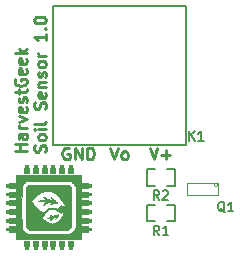
<source format=gbr>
G04 #@! TF.FileFunction,Legend,Top*
%FSLAX46Y46*%
G04 Gerber Fmt 4.6, Leading zero omitted, Abs format (unit mm)*
G04 Created by KiCad (PCBNEW (2015-01-16 BZR 5376)-product) date 16/06/2015 17:16:53*
%MOMM*%
G01*
G04 APERTURE LIST*
%ADD10C,0.100000*%
%ADD11C,0.250000*%
%ADD12C,0.150000*%
%ADD13C,0.127000*%
%ADD14C,0.078740*%
%ADD15C,0.200000*%
%ADD16C,2.200000*%
%ADD17R,0.635000X1.143000*%
%ADD18R,0.800100X1.000760*%
%ADD19C,2.000000*%
%ADD20C,1.000000*%
%ADD21R,7.000000X37.000000*%
G04 APERTURE END LIST*
D10*
D11*
X-16872619Y-10761905D02*
X-17872619Y-10761905D01*
X-17396429Y-10761905D02*
X-17396429Y-10190476D01*
X-16872619Y-10190476D02*
X-17872619Y-10190476D01*
X-16872619Y-9285714D02*
X-17396429Y-9285714D01*
X-17491667Y-9333333D01*
X-17539286Y-9428571D01*
X-17539286Y-9619048D01*
X-17491667Y-9714286D01*
X-16920238Y-9285714D02*
X-16872619Y-9380952D01*
X-16872619Y-9619048D01*
X-16920238Y-9714286D01*
X-17015476Y-9761905D01*
X-17110714Y-9761905D01*
X-17205952Y-9714286D01*
X-17253571Y-9619048D01*
X-17253571Y-9380952D01*
X-17301190Y-9285714D01*
X-16872619Y-8809524D02*
X-17539286Y-8809524D01*
X-17348810Y-8809524D02*
X-17444048Y-8761905D01*
X-17491667Y-8714286D01*
X-17539286Y-8619048D01*
X-17539286Y-8523809D01*
X-17539286Y-8285714D02*
X-16872619Y-8047619D01*
X-17539286Y-7809523D01*
X-16920238Y-7047618D02*
X-16872619Y-7142856D01*
X-16872619Y-7333333D01*
X-16920238Y-7428571D01*
X-17015476Y-7476190D01*
X-17396429Y-7476190D01*
X-17491667Y-7428571D01*
X-17539286Y-7333333D01*
X-17539286Y-7142856D01*
X-17491667Y-7047618D01*
X-17396429Y-6999999D01*
X-17301190Y-6999999D01*
X-17205952Y-7476190D01*
X-16920238Y-6619047D02*
X-16872619Y-6523809D01*
X-16872619Y-6333333D01*
X-16920238Y-6238094D01*
X-17015476Y-6190475D01*
X-17063095Y-6190475D01*
X-17158333Y-6238094D01*
X-17205952Y-6333333D01*
X-17205952Y-6476190D01*
X-17253571Y-6571428D01*
X-17348810Y-6619047D01*
X-17396429Y-6619047D01*
X-17491667Y-6571428D01*
X-17539286Y-6476190D01*
X-17539286Y-6333333D01*
X-17491667Y-6238094D01*
X-17539286Y-5904761D02*
X-17539286Y-5523809D01*
X-17872619Y-5761904D02*
X-17015476Y-5761904D01*
X-16920238Y-5714285D01*
X-16872619Y-5619047D01*
X-16872619Y-5523809D01*
X-17825000Y-4666665D02*
X-17872619Y-4761903D01*
X-17872619Y-4904760D01*
X-17825000Y-5047618D01*
X-17729762Y-5142856D01*
X-17634524Y-5190475D01*
X-17444048Y-5238094D01*
X-17301190Y-5238094D01*
X-17110714Y-5190475D01*
X-17015476Y-5142856D01*
X-16920238Y-5047618D01*
X-16872619Y-4904760D01*
X-16872619Y-4809522D01*
X-16920238Y-4666665D01*
X-16967857Y-4619046D01*
X-17301190Y-4619046D01*
X-17301190Y-4809522D01*
X-16920238Y-3809522D02*
X-16872619Y-3904760D01*
X-16872619Y-4095237D01*
X-16920238Y-4190475D01*
X-17015476Y-4238094D01*
X-17396429Y-4238094D01*
X-17491667Y-4190475D01*
X-17539286Y-4095237D01*
X-17539286Y-3904760D01*
X-17491667Y-3809522D01*
X-17396429Y-3761903D01*
X-17301190Y-3761903D01*
X-17205952Y-4238094D01*
X-16920238Y-2952379D02*
X-16872619Y-3047617D01*
X-16872619Y-3238094D01*
X-16920238Y-3333332D01*
X-17015476Y-3380951D01*
X-17396429Y-3380951D01*
X-17491667Y-3333332D01*
X-17539286Y-3238094D01*
X-17539286Y-3047617D01*
X-17491667Y-2952379D01*
X-17396429Y-2904760D01*
X-17301190Y-2904760D01*
X-17205952Y-3380951D01*
X-16872619Y-2476189D02*
X-17872619Y-2476189D01*
X-17253571Y-2380951D02*
X-16872619Y-2095236D01*
X-17539286Y-2095236D02*
X-17158333Y-2476189D01*
X-15270238Y-10809524D02*
X-15222619Y-10666667D01*
X-15222619Y-10428571D01*
X-15270238Y-10333333D01*
X-15317857Y-10285714D01*
X-15413095Y-10238095D01*
X-15508333Y-10238095D01*
X-15603571Y-10285714D01*
X-15651190Y-10333333D01*
X-15698810Y-10428571D01*
X-15746429Y-10619048D01*
X-15794048Y-10714286D01*
X-15841667Y-10761905D01*
X-15936905Y-10809524D01*
X-16032143Y-10809524D01*
X-16127381Y-10761905D01*
X-16175000Y-10714286D01*
X-16222619Y-10619048D01*
X-16222619Y-10380952D01*
X-16175000Y-10238095D01*
X-15222619Y-9666667D02*
X-15270238Y-9761905D01*
X-15317857Y-9809524D01*
X-15413095Y-9857143D01*
X-15698810Y-9857143D01*
X-15794048Y-9809524D01*
X-15841667Y-9761905D01*
X-15889286Y-9666667D01*
X-15889286Y-9523809D01*
X-15841667Y-9428571D01*
X-15794048Y-9380952D01*
X-15698810Y-9333333D01*
X-15413095Y-9333333D01*
X-15317857Y-9380952D01*
X-15270238Y-9428571D01*
X-15222619Y-9523809D01*
X-15222619Y-9666667D01*
X-15222619Y-8904762D02*
X-15889286Y-8904762D01*
X-16222619Y-8904762D02*
X-16175000Y-8952381D01*
X-16127381Y-8904762D01*
X-16175000Y-8857143D01*
X-16222619Y-8904762D01*
X-16127381Y-8904762D01*
X-15222619Y-8285715D02*
X-15270238Y-8380953D01*
X-15365476Y-8428572D01*
X-16222619Y-8428572D01*
X-15270238Y-7190476D02*
X-15222619Y-7047619D01*
X-15222619Y-6809523D01*
X-15270238Y-6714285D01*
X-15317857Y-6666666D01*
X-15413095Y-6619047D01*
X-15508333Y-6619047D01*
X-15603571Y-6666666D01*
X-15651190Y-6714285D01*
X-15698810Y-6809523D01*
X-15746429Y-7000000D01*
X-15794048Y-7095238D01*
X-15841667Y-7142857D01*
X-15936905Y-7190476D01*
X-16032143Y-7190476D01*
X-16127381Y-7142857D01*
X-16175000Y-7095238D01*
X-16222619Y-7000000D01*
X-16222619Y-6761904D01*
X-16175000Y-6619047D01*
X-15270238Y-5809523D02*
X-15222619Y-5904761D01*
X-15222619Y-6095238D01*
X-15270238Y-6190476D01*
X-15365476Y-6238095D01*
X-15746429Y-6238095D01*
X-15841667Y-6190476D01*
X-15889286Y-6095238D01*
X-15889286Y-5904761D01*
X-15841667Y-5809523D01*
X-15746429Y-5761904D01*
X-15651190Y-5761904D01*
X-15555952Y-6238095D01*
X-15889286Y-5333333D02*
X-15222619Y-5333333D01*
X-15794048Y-5333333D02*
X-15841667Y-5285714D01*
X-15889286Y-5190476D01*
X-15889286Y-5047618D01*
X-15841667Y-4952380D01*
X-15746429Y-4904761D01*
X-15222619Y-4904761D01*
X-15270238Y-4476190D02*
X-15222619Y-4380952D01*
X-15222619Y-4190476D01*
X-15270238Y-4095237D01*
X-15365476Y-4047618D01*
X-15413095Y-4047618D01*
X-15508333Y-4095237D01*
X-15555952Y-4190476D01*
X-15555952Y-4333333D01*
X-15603571Y-4428571D01*
X-15698810Y-4476190D01*
X-15746429Y-4476190D01*
X-15841667Y-4428571D01*
X-15889286Y-4333333D01*
X-15889286Y-4190476D01*
X-15841667Y-4095237D01*
X-15222619Y-3476190D02*
X-15270238Y-3571428D01*
X-15317857Y-3619047D01*
X-15413095Y-3666666D01*
X-15698810Y-3666666D01*
X-15794048Y-3619047D01*
X-15841667Y-3571428D01*
X-15889286Y-3476190D01*
X-15889286Y-3333332D01*
X-15841667Y-3238094D01*
X-15794048Y-3190475D01*
X-15698810Y-3142856D01*
X-15413095Y-3142856D01*
X-15317857Y-3190475D01*
X-15270238Y-3238094D01*
X-15222619Y-3333332D01*
X-15222619Y-3476190D01*
X-15222619Y-2714285D02*
X-15889286Y-2714285D01*
X-15698810Y-2714285D02*
X-15794048Y-2666666D01*
X-15841667Y-2619047D01*
X-15889286Y-2523809D01*
X-15889286Y-2428570D01*
X-15222619Y-809522D02*
X-15222619Y-1380951D01*
X-15222619Y-1095237D02*
X-16222619Y-1095237D01*
X-16079762Y-1190475D01*
X-15984524Y-1285713D01*
X-15936905Y-1380951D01*
X-15317857Y-380951D02*
X-15270238Y-333332D01*
X-15222619Y-380951D01*
X-15270238Y-428570D01*
X-15317857Y-380951D01*
X-15222619Y-380951D01*
X-16222619Y285715D02*
X-16222619Y380954D01*
X-16175000Y476192D01*
X-16127381Y523811D01*
X-16032143Y571430D01*
X-15841667Y619049D01*
X-15603571Y619049D01*
X-15413095Y571430D01*
X-15317857Y523811D01*
X-15270238Y476192D01*
X-15222619Y380954D01*
X-15222619Y285715D01*
X-15270238Y190477D01*
X-15317857Y142858D01*
X-15413095Y95239D01*
X-15603571Y47620D01*
X-15841667Y47620D01*
X-16032143Y95239D01*
X-16127381Y142858D01*
X-16175000Y190477D01*
X-16222619Y285715D01*
X-9785714Y-10452381D02*
X-9452381Y-11452381D01*
X-9119047Y-10452381D01*
X-8642857Y-11452381D02*
X-8738095Y-11404762D01*
X-8785714Y-11357143D01*
X-8833333Y-11261905D01*
X-8833333Y-10976190D01*
X-8785714Y-10880952D01*
X-8738095Y-10833333D01*
X-8642857Y-10785714D01*
X-8499999Y-10785714D01*
X-8404761Y-10833333D01*
X-8357142Y-10880952D01*
X-8309523Y-10976190D01*
X-8309523Y-11261905D01*
X-8357142Y-11357143D01*
X-8404761Y-11404762D01*
X-8499999Y-11452381D01*
X-8642857Y-11452381D01*
X-6452381Y-10452381D02*
X-6119048Y-11452381D01*
X-5785714Y-10452381D01*
X-5452381Y-11071429D02*
X-4690476Y-11071429D01*
X-5071428Y-11452381D02*
X-5071428Y-10690476D01*
X-13261904Y-10500000D02*
X-13357142Y-10452381D01*
X-13499999Y-10452381D01*
X-13642857Y-10500000D01*
X-13738095Y-10595238D01*
X-13785714Y-10690476D01*
X-13833333Y-10880952D01*
X-13833333Y-11023810D01*
X-13785714Y-11214286D01*
X-13738095Y-11309524D01*
X-13642857Y-11404762D01*
X-13499999Y-11452381D01*
X-13404761Y-11452381D01*
X-13261904Y-11404762D01*
X-13214285Y-11357143D01*
X-13214285Y-11023810D01*
X-13404761Y-11023810D01*
X-12785714Y-11452381D02*
X-12785714Y-10452381D01*
X-12214285Y-11452381D01*
X-12214285Y-10452381D01*
X-11738095Y-11452381D02*
X-11738095Y-10452381D01*
X-11500000Y-10452381D01*
X-11357142Y-10500000D01*
X-11261904Y-10595238D01*
X-11214285Y-10690476D01*
X-11166666Y-10880952D01*
X-11166666Y-11023810D01*
X-11214285Y-11214286D01*
X-11261904Y-11309524D01*
X-11357142Y-11404762D01*
X-11500000Y-11452381D01*
X-11738095Y-11452381D01*
D12*
X-3400000Y1500000D02*
X-14600000Y1500000D01*
X-14600000Y1500000D02*
X-14600000Y-10200000D01*
X-14600000Y-10200000D02*
X-3400000Y-10200000D01*
X-3400000Y-10200000D02*
X-3400000Y1500000D01*
D13*
X-6000380Y-15301500D02*
X-6706500Y-15301500D01*
X-6706500Y-15301500D02*
X-6706500Y-16698500D01*
X-6706500Y-16698500D02*
X-6000380Y-16698500D01*
X-4293500Y-15301500D02*
X-4999620Y-15301500D01*
X-4293500Y-15301500D02*
X-4293500Y-16698500D01*
X-4293500Y-16698500D02*
X-4999620Y-16698500D01*
X-6000380Y-12301500D02*
X-6706500Y-12301500D01*
X-6706500Y-12301500D02*
X-6706500Y-13698500D01*
X-6706500Y-13698500D02*
X-6000380Y-13698500D01*
X-4293500Y-12301500D02*
X-4999620Y-12301500D01*
X-4293500Y-12301500D02*
X-4293500Y-13698500D01*
X-4293500Y-13698500D02*
X-4999620Y-13698500D01*
D14*
X-664910Y-13649480D02*
G75*
G03X-664910Y-13649480I-159070J0D01*
G01*
X-3270000Y-14508000D02*
X-3270000Y-13492000D01*
X-666500Y-14508000D02*
X-666500Y-13492000D01*
X-3270000Y-13492000D02*
X-666500Y-13492000D01*
X-666500Y-14508000D02*
X-3270000Y-14508000D01*
D10*
G36*
X-11698000Y-17136889D02*
X-11698000Y-17186278D01*
X-11698000Y-17235667D01*
X-11571000Y-17235667D01*
X-11444000Y-17235667D01*
X-11444000Y-17355611D01*
X-11444000Y-17475555D01*
X-11571000Y-17475555D01*
X-11698000Y-17475555D01*
X-11698000Y-17524944D01*
X-11698000Y-17574333D01*
X-11916723Y-17574333D01*
X-12135445Y-17574333D01*
X-12135445Y-17355611D01*
X-12135445Y-17136889D01*
X-11916723Y-17136889D01*
X-11698000Y-17136889D01*
X-11698000Y-17136889D01*
X-11698000Y-17136889D01*
G37*
X-11698000Y-17136889D02*
X-11698000Y-17186278D01*
X-11698000Y-17235667D01*
X-11571000Y-17235667D01*
X-11444000Y-17235667D01*
X-11444000Y-17355611D01*
X-11444000Y-17475555D01*
X-11571000Y-17475555D01*
X-11698000Y-17475555D01*
X-11698000Y-17524944D01*
X-11698000Y-17574333D01*
X-11916723Y-17574333D01*
X-12135445Y-17574333D01*
X-12135445Y-17355611D01*
X-12135445Y-17136889D01*
X-11916723Y-17136889D01*
X-11698000Y-17136889D01*
X-11698000Y-17136889D01*
G36*
X-11698000Y-16403111D02*
X-11698000Y-16452500D01*
X-11698000Y-16501889D01*
X-11571000Y-16501889D01*
X-11444000Y-16501889D01*
X-11444000Y-16621833D01*
X-11444000Y-16741778D01*
X-11571000Y-16741778D01*
X-11698000Y-16741778D01*
X-11698000Y-16784111D01*
X-11698000Y-16826444D01*
X-11916723Y-16826444D01*
X-12135445Y-16826444D01*
X-12135445Y-16614778D01*
X-12135445Y-16403111D01*
X-11916723Y-16403111D01*
X-11698000Y-16403111D01*
X-11698000Y-16403111D01*
X-11698000Y-16403111D01*
G37*
X-11698000Y-16403111D02*
X-11698000Y-16452500D01*
X-11698000Y-16501889D01*
X-11571000Y-16501889D01*
X-11444000Y-16501889D01*
X-11444000Y-16621833D01*
X-11444000Y-16741778D01*
X-11571000Y-16741778D01*
X-11698000Y-16741778D01*
X-11698000Y-16784111D01*
X-11698000Y-16826444D01*
X-11916723Y-16826444D01*
X-12135445Y-16826444D01*
X-12135445Y-16614778D01*
X-12135445Y-16403111D01*
X-11916723Y-16403111D01*
X-11698000Y-16403111D01*
X-11698000Y-16403111D01*
G36*
X-11698000Y-15669333D02*
X-11698000Y-15711667D01*
X-11698000Y-15754000D01*
X-11571000Y-15754000D01*
X-11444000Y-15754000D01*
X-11444000Y-15873944D01*
X-11444000Y-15993889D01*
X-11571000Y-15993889D01*
X-11698000Y-15993889D01*
X-11698000Y-16043278D01*
X-11698000Y-16092667D01*
X-11916723Y-16092667D01*
X-12135445Y-16092667D01*
X-12135445Y-15881000D01*
X-12135445Y-15669333D01*
X-11916723Y-15669333D01*
X-11698000Y-15669333D01*
X-11698000Y-15669333D01*
X-11698000Y-15669333D01*
G37*
X-11698000Y-15669333D02*
X-11698000Y-15711667D01*
X-11698000Y-15754000D01*
X-11571000Y-15754000D01*
X-11444000Y-15754000D01*
X-11444000Y-15873944D01*
X-11444000Y-15993889D01*
X-11571000Y-15993889D01*
X-11698000Y-15993889D01*
X-11698000Y-16043278D01*
X-11698000Y-16092667D01*
X-11916723Y-16092667D01*
X-12135445Y-16092667D01*
X-12135445Y-15881000D01*
X-12135445Y-15669333D01*
X-11916723Y-15669333D01*
X-11698000Y-15669333D01*
X-11698000Y-15669333D01*
G36*
X-11698000Y-14921444D02*
X-11698000Y-14970833D01*
X-11698000Y-15020222D01*
X-11571000Y-15020222D01*
X-11444000Y-15020222D01*
X-11444000Y-15140167D01*
X-11444000Y-15260111D01*
X-11571000Y-15260111D01*
X-11698000Y-15260111D01*
X-11698000Y-15302444D01*
X-11698000Y-15344778D01*
X-11916723Y-15344778D01*
X-12135445Y-15344778D01*
X-12135445Y-15133111D01*
X-12135445Y-14921444D01*
X-11916723Y-14921444D01*
X-11698000Y-14921444D01*
X-11698000Y-14921444D01*
X-11698000Y-14921444D01*
G37*
X-11698000Y-14921444D02*
X-11698000Y-14970833D01*
X-11698000Y-15020222D01*
X-11571000Y-15020222D01*
X-11444000Y-15020222D01*
X-11444000Y-15140167D01*
X-11444000Y-15260111D01*
X-11571000Y-15260111D01*
X-11698000Y-15260111D01*
X-11698000Y-15302444D01*
X-11698000Y-15344778D01*
X-11916723Y-15344778D01*
X-12135445Y-15344778D01*
X-12135445Y-15133111D01*
X-12135445Y-14921444D01*
X-11916723Y-14921444D01*
X-11698000Y-14921444D01*
X-11698000Y-14921444D01*
G36*
X-11698000Y-14187667D02*
X-11698000Y-14230000D01*
X-11698000Y-14272333D01*
X-11571000Y-14272333D01*
X-11444000Y-14272333D01*
X-11444000Y-14392278D01*
X-11444000Y-14512222D01*
X-11571000Y-14512222D01*
X-11698000Y-14512222D01*
X-11698000Y-14561611D01*
X-11698000Y-14611000D01*
X-11916723Y-14611000D01*
X-12135445Y-14611000D01*
X-12135445Y-14399333D01*
X-12135445Y-14187667D01*
X-11916723Y-14187667D01*
X-11698000Y-14187667D01*
X-11698000Y-14187667D01*
X-11698000Y-14187667D01*
G37*
X-11698000Y-14187667D02*
X-11698000Y-14230000D01*
X-11698000Y-14272333D01*
X-11571000Y-14272333D01*
X-11444000Y-14272333D01*
X-11444000Y-14392278D01*
X-11444000Y-14512222D01*
X-11571000Y-14512222D01*
X-11698000Y-14512222D01*
X-11698000Y-14561611D01*
X-11698000Y-14611000D01*
X-11916723Y-14611000D01*
X-12135445Y-14611000D01*
X-12135445Y-14399333D01*
X-12135445Y-14187667D01*
X-11916723Y-14187667D01*
X-11698000Y-14187667D01*
X-11698000Y-14187667D01*
G36*
X-11698000Y-13439778D02*
X-11698000Y-13489167D01*
X-11698000Y-13538555D01*
X-11571000Y-13538555D01*
X-11444000Y-13538555D01*
X-11444000Y-13658500D01*
X-11444000Y-13778444D01*
X-11571000Y-13778444D01*
X-11698000Y-13778444D01*
X-11698000Y-13820778D01*
X-11698000Y-13863111D01*
X-11916723Y-13863111D01*
X-12135445Y-13863111D01*
X-12135445Y-13651444D01*
X-12135445Y-13439778D01*
X-11916723Y-13439778D01*
X-11698000Y-13439778D01*
X-11698000Y-13439778D01*
X-11698000Y-13439778D01*
G37*
X-11698000Y-13439778D02*
X-11698000Y-13489167D01*
X-11698000Y-13538555D01*
X-11571000Y-13538555D01*
X-11444000Y-13538555D01*
X-11444000Y-13658500D01*
X-11444000Y-13778444D01*
X-11571000Y-13778444D01*
X-11698000Y-13778444D01*
X-11698000Y-13820778D01*
X-11698000Y-13863111D01*
X-11916723Y-13863111D01*
X-12135445Y-13863111D01*
X-12135445Y-13651444D01*
X-12135445Y-13439778D01*
X-11916723Y-13439778D01*
X-11698000Y-13439778D01*
X-11698000Y-13439778D01*
G36*
X-12276556Y-12804778D02*
X-12276556Y-13256333D01*
X-15007056Y-13256333D01*
X-15275204Y-13256369D01*
X-15516522Y-13256485D01*
X-15732399Y-13256698D01*
X-15924226Y-13257023D01*
X-16093394Y-13257474D01*
X-16241295Y-13258067D01*
X-16369319Y-13258816D01*
X-16478856Y-13259738D01*
X-16571298Y-13260847D01*
X-16648036Y-13262159D01*
X-16710460Y-13263688D01*
X-16759962Y-13265450D01*
X-16797931Y-13267459D01*
X-16825760Y-13269732D01*
X-16844838Y-13272283D01*
X-16856557Y-13275127D01*
X-16859840Y-13276528D01*
X-16882552Y-13293460D01*
X-16920383Y-13326920D01*
X-16969314Y-13372870D01*
X-17025328Y-13427269D01*
X-17084406Y-13486079D01*
X-17142532Y-13545260D01*
X-17195687Y-13600773D01*
X-17239852Y-13648579D01*
X-17271012Y-13684638D01*
X-17284476Y-13703433D01*
X-17286999Y-13717928D01*
X-17289277Y-13751497D01*
X-17291317Y-13804922D01*
X-17293125Y-13878987D01*
X-17294708Y-13974474D01*
X-17296074Y-14092168D01*
X-17297228Y-14232850D01*
X-17298179Y-14397303D01*
X-17298931Y-14586312D01*
X-17299493Y-14800659D01*
X-17299872Y-15041128D01*
X-17300073Y-15308500D01*
X-17300112Y-15506829D01*
X-17300075Y-15771730D01*
X-17299955Y-16009817D01*
X-17299736Y-16222497D01*
X-17299402Y-16411177D01*
X-17298937Y-16577267D01*
X-17298326Y-16722172D01*
X-17297553Y-16847301D01*
X-17296603Y-16954062D01*
X-17295459Y-17043861D01*
X-17294106Y-17118108D01*
X-17292528Y-17178209D01*
X-17290710Y-17225572D01*
X-17288635Y-17261604D01*
X-17286289Y-17287714D01*
X-17283655Y-17305309D01*
X-17280718Y-17315797D01*
X-17279917Y-17317506D01*
X-17262985Y-17340219D01*
X-17229524Y-17378049D01*
X-17183575Y-17426980D01*
X-17129176Y-17482994D01*
X-17070366Y-17542073D01*
X-17011185Y-17600198D01*
X-16955672Y-17653353D01*
X-16907866Y-17697519D01*
X-16871807Y-17728678D01*
X-16853011Y-17742143D01*
X-16838591Y-17744641D01*
X-16805144Y-17746899D01*
X-16751893Y-17748924D01*
X-16678059Y-17750721D01*
X-16582864Y-17752298D01*
X-16465530Y-17753662D01*
X-16325279Y-17754818D01*
X-16161334Y-17755773D01*
X-15972916Y-17756535D01*
X-15759246Y-17757110D01*
X-15519548Y-17757503D01*
X-15253043Y-17757723D01*
X-15014477Y-17757778D01*
X-14751479Y-17757768D01*
X-14515222Y-17757724D01*
X-14304224Y-17757624D01*
X-14117005Y-17757447D01*
X-13952082Y-17757171D01*
X-13807975Y-17756774D01*
X-13683203Y-17756235D01*
X-13576283Y-17755531D01*
X-13485735Y-17754642D01*
X-13410077Y-17753545D01*
X-13347828Y-17752220D01*
X-13297506Y-17750643D01*
X-13257631Y-17748794D01*
X-13226720Y-17746650D01*
X-13203294Y-17744191D01*
X-13185869Y-17741395D01*
X-13172966Y-17738239D01*
X-13163102Y-17734702D01*
X-13154796Y-17730763D01*
X-13154410Y-17730563D01*
X-13128840Y-17712311D01*
X-13088208Y-17677619D01*
X-13036744Y-17630646D01*
X-12978676Y-17575552D01*
X-12918233Y-17516498D01*
X-12859644Y-17457643D01*
X-12807138Y-17403148D01*
X-12764943Y-17357172D01*
X-12737288Y-17323876D01*
X-12730232Y-17313278D01*
X-12727897Y-17295067D01*
X-12725736Y-17250708D01*
X-12723749Y-17182271D01*
X-12721936Y-17091830D01*
X-12720297Y-16981458D01*
X-12718833Y-16853226D01*
X-12717545Y-16709207D01*
X-12716432Y-16551474D01*
X-12715495Y-16382099D01*
X-12714734Y-16203155D01*
X-12714150Y-16016713D01*
X-12713743Y-15824847D01*
X-12713513Y-15629629D01*
X-12713461Y-15433132D01*
X-12713586Y-15237427D01*
X-12713890Y-15044588D01*
X-12714373Y-14856687D01*
X-12715034Y-14675795D01*
X-12715875Y-14503987D01*
X-12716896Y-14343334D01*
X-12718097Y-14195909D01*
X-12719477Y-14063784D01*
X-12721039Y-13949031D01*
X-12722782Y-13853724D01*
X-12724706Y-13779934D01*
X-12726812Y-13729735D01*
X-12729100Y-13705198D01*
X-12729635Y-13703433D01*
X-12746042Y-13681038D01*
X-12778987Y-13643344D01*
X-12824452Y-13594392D01*
X-12878421Y-13538221D01*
X-12936876Y-13478871D01*
X-12995797Y-13420379D01*
X-13051168Y-13366787D01*
X-13098971Y-13322132D01*
X-13135188Y-13290455D01*
X-13154272Y-13276528D01*
X-13163092Y-13273545D01*
X-13178637Y-13270862D01*
X-13202296Y-13268464D01*
X-13235462Y-13266336D01*
X-13279523Y-13264463D01*
X-13335873Y-13262829D01*
X-13405901Y-13261420D01*
X-13490997Y-13260221D01*
X-13592554Y-13259215D01*
X-13711962Y-13258389D01*
X-13850612Y-13257726D01*
X-14009894Y-13257212D01*
X-14191200Y-13256832D01*
X-14395920Y-13256570D01*
X-14625445Y-13256411D01*
X-14881167Y-13256340D01*
X-15007056Y-13256333D01*
X-12276556Y-13256333D01*
X-12276556Y-15507055D01*
X-12276556Y-18209333D01*
X-15014111Y-18209333D01*
X-17751667Y-18209333D01*
X-17751667Y-15507055D01*
X-17751667Y-12804778D01*
X-15014111Y-12804778D01*
X-12276556Y-12804778D01*
X-12276556Y-12804778D01*
X-12276556Y-12804778D01*
G37*
X-12276556Y-12804778D02*
X-12276556Y-13256333D01*
X-15007056Y-13256333D01*
X-15275204Y-13256369D01*
X-15516522Y-13256485D01*
X-15732399Y-13256698D01*
X-15924226Y-13257023D01*
X-16093394Y-13257474D01*
X-16241295Y-13258067D01*
X-16369319Y-13258816D01*
X-16478856Y-13259738D01*
X-16571298Y-13260847D01*
X-16648036Y-13262159D01*
X-16710460Y-13263688D01*
X-16759962Y-13265450D01*
X-16797931Y-13267459D01*
X-16825760Y-13269732D01*
X-16844838Y-13272283D01*
X-16856557Y-13275127D01*
X-16859840Y-13276528D01*
X-16882552Y-13293460D01*
X-16920383Y-13326920D01*
X-16969314Y-13372870D01*
X-17025328Y-13427269D01*
X-17084406Y-13486079D01*
X-17142532Y-13545260D01*
X-17195687Y-13600773D01*
X-17239852Y-13648579D01*
X-17271012Y-13684638D01*
X-17284476Y-13703433D01*
X-17286999Y-13717928D01*
X-17289277Y-13751497D01*
X-17291317Y-13804922D01*
X-17293125Y-13878987D01*
X-17294708Y-13974474D01*
X-17296074Y-14092168D01*
X-17297228Y-14232850D01*
X-17298179Y-14397303D01*
X-17298931Y-14586312D01*
X-17299493Y-14800659D01*
X-17299872Y-15041128D01*
X-17300073Y-15308500D01*
X-17300112Y-15506829D01*
X-17300075Y-15771730D01*
X-17299955Y-16009817D01*
X-17299736Y-16222497D01*
X-17299402Y-16411177D01*
X-17298937Y-16577267D01*
X-17298326Y-16722172D01*
X-17297553Y-16847301D01*
X-17296603Y-16954062D01*
X-17295459Y-17043861D01*
X-17294106Y-17118108D01*
X-17292528Y-17178209D01*
X-17290710Y-17225572D01*
X-17288635Y-17261604D01*
X-17286289Y-17287714D01*
X-17283655Y-17305309D01*
X-17280718Y-17315797D01*
X-17279917Y-17317506D01*
X-17262985Y-17340219D01*
X-17229524Y-17378049D01*
X-17183575Y-17426980D01*
X-17129176Y-17482994D01*
X-17070366Y-17542073D01*
X-17011185Y-17600198D01*
X-16955672Y-17653353D01*
X-16907866Y-17697519D01*
X-16871807Y-17728678D01*
X-16853011Y-17742143D01*
X-16838591Y-17744641D01*
X-16805144Y-17746899D01*
X-16751893Y-17748924D01*
X-16678059Y-17750721D01*
X-16582864Y-17752298D01*
X-16465530Y-17753662D01*
X-16325279Y-17754818D01*
X-16161334Y-17755773D01*
X-15972916Y-17756535D01*
X-15759246Y-17757110D01*
X-15519548Y-17757503D01*
X-15253043Y-17757723D01*
X-15014477Y-17757778D01*
X-14751479Y-17757768D01*
X-14515222Y-17757724D01*
X-14304224Y-17757624D01*
X-14117005Y-17757447D01*
X-13952082Y-17757171D01*
X-13807975Y-17756774D01*
X-13683203Y-17756235D01*
X-13576283Y-17755531D01*
X-13485735Y-17754642D01*
X-13410077Y-17753545D01*
X-13347828Y-17752220D01*
X-13297506Y-17750643D01*
X-13257631Y-17748794D01*
X-13226720Y-17746650D01*
X-13203294Y-17744191D01*
X-13185869Y-17741395D01*
X-13172966Y-17738239D01*
X-13163102Y-17734702D01*
X-13154796Y-17730763D01*
X-13154410Y-17730563D01*
X-13128840Y-17712311D01*
X-13088208Y-17677619D01*
X-13036744Y-17630646D01*
X-12978676Y-17575552D01*
X-12918233Y-17516498D01*
X-12859644Y-17457643D01*
X-12807138Y-17403148D01*
X-12764943Y-17357172D01*
X-12737288Y-17323876D01*
X-12730232Y-17313278D01*
X-12727897Y-17295067D01*
X-12725736Y-17250708D01*
X-12723749Y-17182271D01*
X-12721936Y-17091830D01*
X-12720297Y-16981458D01*
X-12718833Y-16853226D01*
X-12717545Y-16709207D01*
X-12716432Y-16551474D01*
X-12715495Y-16382099D01*
X-12714734Y-16203155D01*
X-12714150Y-16016713D01*
X-12713743Y-15824847D01*
X-12713513Y-15629629D01*
X-12713461Y-15433132D01*
X-12713586Y-15237427D01*
X-12713890Y-15044588D01*
X-12714373Y-14856687D01*
X-12715034Y-14675795D01*
X-12715875Y-14503987D01*
X-12716896Y-14343334D01*
X-12718097Y-14195909D01*
X-12719477Y-14063784D01*
X-12721039Y-13949031D01*
X-12722782Y-13853724D01*
X-12724706Y-13779934D01*
X-12726812Y-13729735D01*
X-12729100Y-13705198D01*
X-12729635Y-13703433D01*
X-12746042Y-13681038D01*
X-12778987Y-13643344D01*
X-12824452Y-13594392D01*
X-12878421Y-13538221D01*
X-12936876Y-13478871D01*
X-12995797Y-13420379D01*
X-13051168Y-13366787D01*
X-13098971Y-13322132D01*
X-13135188Y-13290455D01*
X-13154272Y-13276528D01*
X-13163092Y-13273545D01*
X-13178637Y-13270862D01*
X-13202296Y-13268464D01*
X-13235462Y-13266336D01*
X-13279523Y-13264463D01*
X-13335873Y-13262829D01*
X-13405901Y-13261420D01*
X-13490997Y-13260221D01*
X-13592554Y-13259215D01*
X-13711962Y-13258389D01*
X-13850612Y-13257726D01*
X-14009894Y-13257212D01*
X-14191200Y-13256832D01*
X-14395920Y-13256570D01*
X-14625445Y-13256411D01*
X-14881167Y-13256340D01*
X-15007056Y-13256333D01*
X-12276556Y-13256333D01*
X-12276556Y-15507055D01*
X-12276556Y-18209333D01*
X-15014111Y-18209333D01*
X-17751667Y-18209333D01*
X-17751667Y-15507055D01*
X-17751667Y-12804778D01*
X-15014111Y-12804778D01*
X-12276556Y-12804778D01*
X-12276556Y-12804778D01*
G36*
X-12939778Y-18378667D02*
X-12939778Y-18597389D01*
X-12939778Y-18816111D01*
X-12989167Y-18816111D01*
X-13038556Y-18816111D01*
X-13038556Y-18943111D01*
X-13038556Y-19070111D01*
X-13158500Y-19070111D01*
X-13278445Y-19070111D01*
X-13278445Y-18943111D01*
X-13278445Y-18816111D01*
X-13327834Y-18816111D01*
X-13377223Y-18816111D01*
X-13377223Y-18597389D01*
X-13377223Y-18378667D01*
X-13158500Y-18378667D01*
X-12939778Y-18378667D01*
X-12939778Y-18378667D01*
X-12939778Y-18378667D01*
G37*
X-12939778Y-18378667D02*
X-12939778Y-18597389D01*
X-12939778Y-18816111D01*
X-12989167Y-18816111D01*
X-13038556Y-18816111D01*
X-13038556Y-18943111D01*
X-13038556Y-19070111D01*
X-13158500Y-19070111D01*
X-13278445Y-19070111D01*
X-13278445Y-18943111D01*
X-13278445Y-18816111D01*
X-13327834Y-18816111D01*
X-13377223Y-18816111D01*
X-13377223Y-18597389D01*
X-13377223Y-18378667D01*
X-13158500Y-18378667D01*
X-12939778Y-18378667D01*
X-12939778Y-18378667D01*
G36*
X-13038556Y-11929889D02*
X-13038556Y-12063944D01*
X-13038556Y-12198000D01*
X-12989167Y-12198000D01*
X-12939778Y-12198000D01*
X-12939778Y-12416722D01*
X-12939778Y-12635444D01*
X-13158500Y-12635444D01*
X-13377223Y-12635444D01*
X-13377223Y-12416722D01*
X-13377223Y-12198000D01*
X-13327834Y-12198000D01*
X-13278445Y-12198000D01*
X-13278445Y-12063944D01*
X-13278445Y-11929889D01*
X-13158500Y-11929889D01*
X-13038556Y-11929889D01*
X-13038556Y-11929889D01*
X-13038556Y-11929889D01*
G37*
X-13038556Y-11929889D02*
X-13038556Y-12063944D01*
X-13038556Y-12198000D01*
X-12989167Y-12198000D01*
X-12939778Y-12198000D01*
X-12939778Y-12416722D01*
X-12939778Y-12635444D01*
X-13158500Y-12635444D01*
X-13377223Y-12635444D01*
X-13377223Y-12416722D01*
X-13377223Y-12198000D01*
X-13327834Y-12198000D01*
X-13278445Y-12198000D01*
X-13278445Y-12063944D01*
X-13278445Y-11929889D01*
X-13158500Y-11929889D01*
X-13038556Y-11929889D01*
X-13038556Y-11929889D01*
G36*
X-13687667Y-18378667D02*
X-13687667Y-18597389D01*
X-13687667Y-18816111D01*
X-13730000Y-18816111D01*
X-13772334Y-18816111D01*
X-13772334Y-18943111D01*
X-13772334Y-19070111D01*
X-13892278Y-19070111D01*
X-14012223Y-19070111D01*
X-14012223Y-18943111D01*
X-14012223Y-18816111D01*
X-14061611Y-18816111D01*
X-14111000Y-18816111D01*
X-14111000Y-18597389D01*
X-14111000Y-18378667D01*
X-13899334Y-18378667D01*
X-13687667Y-18378667D01*
X-13687667Y-18378667D01*
X-13687667Y-18378667D01*
G37*
X-13687667Y-18378667D02*
X-13687667Y-18597389D01*
X-13687667Y-18816111D01*
X-13730000Y-18816111D01*
X-13772334Y-18816111D01*
X-13772334Y-18943111D01*
X-13772334Y-19070111D01*
X-13892278Y-19070111D01*
X-14012223Y-19070111D01*
X-14012223Y-18943111D01*
X-14012223Y-18816111D01*
X-14061611Y-18816111D01*
X-14111000Y-18816111D01*
X-14111000Y-18597389D01*
X-14111000Y-18378667D01*
X-13899334Y-18378667D01*
X-13687667Y-18378667D01*
X-13687667Y-18378667D01*
G36*
X-13772334Y-11929889D02*
X-13772334Y-12063944D01*
X-13772334Y-12198000D01*
X-13730000Y-12198000D01*
X-13687667Y-12198000D01*
X-13687667Y-12416722D01*
X-13687667Y-12635444D01*
X-13899334Y-12635444D01*
X-14111000Y-12635444D01*
X-14111000Y-12416722D01*
X-14111000Y-12198000D01*
X-14061611Y-12198000D01*
X-14012223Y-12198000D01*
X-14012223Y-12063944D01*
X-14012223Y-11929889D01*
X-13892278Y-11929889D01*
X-13772334Y-11929889D01*
X-13772334Y-11929889D01*
X-13772334Y-11929889D01*
G37*
X-13772334Y-11929889D02*
X-13772334Y-12063944D01*
X-13772334Y-12198000D01*
X-13730000Y-12198000D01*
X-13687667Y-12198000D01*
X-13687667Y-12416722D01*
X-13687667Y-12635444D01*
X-13899334Y-12635444D01*
X-14111000Y-12635444D01*
X-14111000Y-12416722D01*
X-14111000Y-12198000D01*
X-14061611Y-12198000D01*
X-14012223Y-12198000D01*
X-14012223Y-12063944D01*
X-14012223Y-11929889D01*
X-13892278Y-11929889D01*
X-13772334Y-11929889D01*
X-13772334Y-11929889D01*
G36*
X-14421445Y-18378667D02*
X-14421445Y-18597389D01*
X-14421445Y-18816111D01*
X-14470834Y-18816111D01*
X-14520223Y-18816111D01*
X-14520223Y-18943111D01*
X-14520223Y-19070111D01*
X-14640167Y-19070111D01*
X-14760111Y-19070111D01*
X-14760111Y-18943111D01*
X-14760111Y-18816111D01*
X-14802445Y-18816111D01*
X-14844778Y-18816111D01*
X-14844778Y-18597389D01*
X-14844778Y-18378667D01*
X-14633111Y-18378667D01*
X-14421445Y-18378667D01*
X-14421445Y-18378667D01*
X-14421445Y-18378667D01*
G37*
X-14421445Y-18378667D02*
X-14421445Y-18597389D01*
X-14421445Y-18816111D01*
X-14470834Y-18816111D01*
X-14520223Y-18816111D01*
X-14520223Y-18943111D01*
X-14520223Y-19070111D01*
X-14640167Y-19070111D01*
X-14760111Y-19070111D01*
X-14760111Y-18943111D01*
X-14760111Y-18816111D01*
X-14802445Y-18816111D01*
X-14844778Y-18816111D01*
X-14844778Y-18597389D01*
X-14844778Y-18378667D01*
X-14633111Y-18378667D01*
X-14421445Y-18378667D01*
X-14421445Y-18378667D01*
G36*
X-14520223Y-11929889D02*
X-14520223Y-12063944D01*
X-14520223Y-12198000D01*
X-14470834Y-12198000D01*
X-14421445Y-12198000D01*
X-14421445Y-12416722D01*
X-14421445Y-12635444D01*
X-14633111Y-12635444D01*
X-14844778Y-12635444D01*
X-14844778Y-12416722D01*
X-14844778Y-12198000D01*
X-14802445Y-12198000D01*
X-14760111Y-12198000D01*
X-14760111Y-12063944D01*
X-14760111Y-11929889D01*
X-14640167Y-11929889D01*
X-14520223Y-11929889D01*
X-14520223Y-11929889D01*
X-14520223Y-11929889D01*
G37*
X-14520223Y-11929889D02*
X-14520223Y-12063944D01*
X-14520223Y-12198000D01*
X-14470834Y-12198000D01*
X-14421445Y-12198000D01*
X-14421445Y-12416722D01*
X-14421445Y-12635444D01*
X-14633111Y-12635444D01*
X-14844778Y-12635444D01*
X-14844778Y-12416722D01*
X-14844778Y-12198000D01*
X-14802445Y-12198000D01*
X-14760111Y-12198000D01*
X-14760111Y-12063944D01*
X-14760111Y-11929889D01*
X-14640167Y-11929889D01*
X-14520223Y-11929889D01*
X-14520223Y-11929889D01*
G36*
X-15169334Y-18378667D02*
X-15169334Y-18597389D01*
X-15169334Y-18816111D01*
X-15211667Y-18816111D01*
X-15254000Y-18816111D01*
X-15254000Y-18943111D01*
X-15254000Y-19070111D01*
X-15373945Y-19070111D01*
X-15493889Y-19070111D01*
X-15493889Y-18943111D01*
X-15493889Y-18816111D01*
X-15543278Y-18816111D01*
X-15592667Y-18816111D01*
X-15592667Y-18597389D01*
X-15592667Y-18378667D01*
X-15381000Y-18378667D01*
X-15169334Y-18378667D01*
X-15169334Y-18378667D01*
X-15169334Y-18378667D01*
G37*
X-15169334Y-18378667D02*
X-15169334Y-18597389D01*
X-15169334Y-18816111D01*
X-15211667Y-18816111D01*
X-15254000Y-18816111D01*
X-15254000Y-18943111D01*
X-15254000Y-19070111D01*
X-15373945Y-19070111D01*
X-15493889Y-19070111D01*
X-15493889Y-18943111D01*
X-15493889Y-18816111D01*
X-15543278Y-18816111D01*
X-15592667Y-18816111D01*
X-15592667Y-18597389D01*
X-15592667Y-18378667D01*
X-15381000Y-18378667D01*
X-15169334Y-18378667D01*
X-15169334Y-18378667D01*
G36*
X-15254000Y-11929889D02*
X-15254000Y-12063944D01*
X-15254000Y-12198000D01*
X-15211667Y-12198000D01*
X-15169334Y-12198000D01*
X-15169334Y-12416722D01*
X-15169334Y-12635444D01*
X-15381000Y-12635444D01*
X-15592667Y-12635444D01*
X-15592667Y-12416722D01*
X-15592667Y-12198000D01*
X-15543278Y-12198000D01*
X-15493889Y-12198000D01*
X-15493889Y-12063944D01*
X-15493889Y-11929889D01*
X-15373945Y-11929889D01*
X-15254000Y-11929889D01*
X-15254000Y-11929889D01*
X-15254000Y-11929889D01*
G37*
X-15254000Y-11929889D02*
X-15254000Y-12063944D01*
X-15254000Y-12198000D01*
X-15211667Y-12198000D01*
X-15169334Y-12198000D01*
X-15169334Y-12416722D01*
X-15169334Y-12635444D01*
X-15381000Y-12635444D01*
X-15592667Y-12635444D01*
X-15592667Y-12416722D01*
X-15592667Y-12198000D01*
X-15543278Y-12198000D01*
X-15493889Y-12198000D01*
X-15493889Y-12063944D01*
X-15493889Y-11929889D01*
X-15373945Y-11929889D01*
X-15254000Y-11929889D01*
X-15254000Y-11929889D01*
G36*
X-15903111Y-18378667D02*
X-15903111Y-18597389D01*
X-15903111Y-18816111D01*
X-15952500Y-18816111D01*
X-16001889Y-18816111D01*
X-16001889Y-18943111D01*
X-16001889Y-19070111D01*
X-16121834Y-19070111D01*
X-16241778Y-19070111D01*
X-16241778Y-18943111D01*
X-16241778Y-18816111D01*
X-16284111Y-18816111D01*
X-16326445Y-18816111D01*
X-16326445Y-18597389D01*
X-16326445Y-18378667D01*
X-16114778Y-18378667D01*
X-15903111Y-18378667D01*
X-15903111Y-18378667D01*
X-15903111Y-18378667D01*
G37*
X-15903111Y-18378667D02*
X-15903111Y-18597389D01*
X-15903111Y-18816111D01*
X-15952500Y-18816111D01*
X-16001889Y-18816111D01*
X-16001889Y-18943111D01*
X-16001889Y-19070111D01*
X-16121834Y-19070111D01*
X-16241778Y-19070111D01*
X-16241778Y-18943111D01*
X-16241778Y-18816111D01*
X-16284111Y-18816111D01*
X-16326445Y-18816111D01*
X-16326445Y-18597389D01*
X-16326445Y-18378667D01*
X-16114778Y-18378667D01*
X-15903111Y-18378667D01*
X-15903111Y-18378667D01*
G36*
X-16001889Y-11929889D02*
X-16001889Y-12063944D01*
X-16001889Y-12198000D01*
X-15952500Y-12198000D01*
X-15903111Y-12198000D01*
X-15903111Y-12416722D01*
X-15903111Y-12635444D01*
X-16114778Y-12635444D01*
X-16326445Y-12635444D01*
X-16326445Y-12416722D01*
X-16326445Y-12198000D01*
X-16284111Y-12198000D01*
X-16241778Y-12198000D01*
X-16241778Y-12063944D01*
X-16241778Y-11929889D01*
X-16121834Y-11929889D01*
X-16001889Y-11929889D01*
X-16001889Y-11929889D01*
X-16001889Y-11929889D01*
G37*
X-16001889Y-11929889D02*
X-16001889Y-12063944D01*
X-16001889Y-12198000D01*
X-15952500Y-12198000D01*
X-15903111Y-12198000D01*
X-15903111Y-12416722D01*
X-15903111Y-12635444D01*
X-16114778Y-12635444D01*
X-16326445Y-12635444D01*
X-16326445Y-12416722D01*
X-16326445Y-12198000D01*
X-16284111Y-12198000D01*
X-16241778Y-12198000D01*
X-16241778Y-12063944D01*
X-16241778Y-11929889D01*
X-16121834Y-11929889D01*
X-16001889Y-11929889D01*
X-16001889Y-11929889D01*
G36*
X-16651000Y-18378667D02*
X-16651000Y-18597389D01*
X-16651000Y-18816111D01*
X-16693334Y-18816111D01*
X-16735667Y-18816111D01*
X-16735667Y-18943111D01*
X-16735667Y-19070111D01*
X-16855611Y-19070111D01*
X-16975556Y-19070111D01*
X-16975556Y-18943111D01*
X-16975556Y-18816111D01*
X-17024945Y-18816111D01*
X-17074334Y-18816111D01*
X-17074334Y-18597389D01*
X-17074334Y-18378667D01*
X-16862667Y-18378667D01*
X-16651000Y-18378667D01*
X-16651000Y-18378667D01*
X-16651000Y-18378667D01*
G37*
X-16651000Y-18378667D02*
X-16651000Y-18597389D01*
X-16651000Y-18816111D01*
X-16693334Y-18816111D01*
X-16735667Y-18816111D01*
X-16735667Y-18943111D01*
X-16735667Y-19070111D01*
X-16855611Y-19070111D01*
X-16975556Y-19070111D01*
X-16975556Y-18943111D01*
X-16975556Y-18816111D01*
X-17024945Y-18816111D01*
X-17074334Y-18816111D01*
X-17074334Y-18597389D01*
X-17074334Y-18378667D01*
X-16862667Y-18378667D01*
X-16651000Y-18378667D01*
X-16651000Y-18378667D01*
G36*
X-16735667Y-11929889D02*
X-16735667Y-12063944D01*
X-16735667Y-12198000D01*
X-16693334Y-12198000D01*
X-16651000Y-12198000D01*
X-16651000Y-12416722D01*
X-16651000Y-12635444D01*
X-16862667Y-12635444D01*
X-17074334Y-12635444D01*
X-17074334Y-12416722D01*
X-17074334Y-12198000D01*
X-17024945Y-12198000D01*
X-16975556Y-12198000D01*
X-16975556Y-12063944D01*
X-16975556Y-11929889D01*
X-16855611Y-11929889D01*
X-16735667Y-11929889D01*
X-16735667Y-11929889D01*
X-16735667Y-11929889D01*
G37*
X-16735667Y-11929889D02*
X-16735667Y-12063944D01*
X-16735667Y-12198000D01*
X-16693334Y-12198000D01*
X-16651000Y-12198000D01*
X-16651000Y-12416722D01*
X-16651000Y-12635444D01*
X-16862667Y-12635444D01*
X-17074334Y-12635444D01*
X-17074334Y-12416722D01*
X-17074334Y-12198000D01*
X-17024945Y-12198000D01*
X-16975556Y-12198000D01*
X-16975556Y-12063944D01*
X-16975556Y-11929889D01*
X-16855611Y-11929889D01*
X-16735667Y-11929889D01*
X-16735667Y-11929889D01*
G36*
X-17878667Y-17136889D02*
X-17878667Y-17355611D01*
X-17878667Y-17574333D01*
X-18097389Y-17574333D01*
X-18316111Y-17574333D01*
X-18316111Y-17524944D01*
X-18316111Y-17475555D01*
X-18450167Y-17475555D01*
X-18584223Y-17475555D01*
X-18584223Y-17355611D01*
X-18584223Y-17235667D01*
X-18450167Y-17235667D01*
X-18316111Y-17235667D01*
X-18316111Y-17186278D01*
X-18316111Y-17136889D01*
X-18097389Y-17136889D01*
X-17878667Y-17136889D01*
X-17878667Y-17136889D01*
X-17878667Y-17136889D01*
G37*
X-17878667Y-17136889D02*
X-17878667Y-17355611D01*
X-17878667Y-17574333D01*
X-18097389Y-17574333D01*
X-18316111Y-17574333D01*
X-18316111Y-17524944D01*
X-18316111Y-17475555D01*
X-18450167Y-17475555D01*
X-18584223Y-17475555D01*
X-18584223Y-17355611D01*
X-18584223Y-17235667D01*
X-18450167Y-17235667D01*
X-18316111Y-17235667D01*
X-18316111Y-17186278D01*
X-18316111Y-17136889D01*
X-18097389Y-17136889D01*
X-17878667Y-17136889D01*
X-17878667Y-17136889D01*
G36*
X-17878667Y-16403111D02*
X-17878667Y-16614778D01*
X-17878667Y-16826444D01*
X-18097389Y-16826444D01*
X-18316111Y-16826444D01*
X-18316111Y-16784111D01*
X-18316111Y-16741778D01*
X-18450167Y-16741778D01*
X-18584223Y-16741778D01*
X-18584223Y-16621833D01*
X-18584223Y-16501889D01*
X-18450167Y-16501889D01*
X-18316111Y-16501889D01*
X-18316111Y-16452500D01*
X-18316111Y-16403111D01*
X-18097389Y-16403111D01*
X-17878667Y-16403111D01*
X-17878667Y-16403111D01*
X-17878667Y-16403111D01*
G37*
X-17878667Y-16403111D02*
X-17878667Y-16614778D01*
X-17878667Y-16826444D01*
X-18097389Y-16826444D01*
X-18316111Y-16826444D01*
X-18316111Y-16784111D01*
X-18316111Y-16741778D01*
X-18450167Y-16741778D01*
X-18584223Y-16741778D01*
X-18584223Y-16621833D01*
X-18584223Y-16501889D01*
X-18450167Y-16501889D01*
X-18316111Y-16501889D01*
X-18316111Y-16452500D01*
X-18316111Y-16403111D01*
X-18097389Y-16403111D01*
X-17878667Y-16403111D01*
X-17878667Y-16403111D01*
G36*
X-17878667Y-15669333D02*
X-17878667Y-15881000D01*
X-17878667Y-16092667D01*
X-18097389Y-16092667D01*
X-18316111Y-16092667D01*
X-18316111Y-16043278D01*
X-18316111Y-15993889D01*
X-18450167Y-15993889D01*
X-18584223Y-15993889D01*
X-18584223Y-15873944D01*
X-18584223Y-15754000D01*
X-18450167Y-15754000D01*
X-18316111Y-15754000D01*
X-18316111Y-15711667D01*
X-18316111Y-15669333D01*
X-18097389Y-15669333D01*
X-17878667Y-15669333D01*
X-17878667Y-15669333D01*
X-17878667Y-15669333D01*
G37*
X-17878667Y-15669333D02*
X-17878667Y-15881000D01*
X-17878667Y-16092667D01*
X-18097389Y-16092667D01*
X-18316111Y-16092667D01*
X-18316111Y-16043278D01*
X-18316111Y-15993889D01*
X-18450167Y-15993889D01*
X-18584223Y-15993889D01*
X-18584223Y-15873944D01*
X-18584223Y-15754000D01*
X-18450167Y-15754000D01*
X-18316111Y-15754000D01*
X-18316111Y-15711667D01*
X-18316111Y-15669333D01*
X-18097389Y-15669333D01*
X-17878667Y-15669333D01*
X-17878667Y-15669333D01*
G36*
X-17878667Y-14921444D02*
X-17878667Y-15133111D01*
X-17878667Y-15344778D01*
X-18097389Y-15344778D01*
X-18316111Y-15344778D01*
X-18316111Y-15302444D01*
X-18316111Y-15260111D01*
X-18450167Y-15260111D01*
X-18584223Y-15260111D01*
X-18584223Y-15140167D01*
X-18584223Y-15020222D01*
X-18450167Y-15020222D01*
X-18316111Y-15020222D01*
X-18316111Y-14970833D01*
X-18316111Y-14921444D01*
X-18097389Y-14921444D01*
X-17878667Y-14921444D01*
X-17878667Y-14921444D01*
X-17878667Y-14921444D01*
G37*
X-17878667Y-14921444D02*
X-17878667Y-15133111D01*
X-17878667Y-15344778D01*
X-18097389Y-15344778D01*
X-18316111Y-15344778D01*
X-18316111Y-15302444D01*
X-18316111Y-15260111D01*
X-18450167Y-15260111D01*
X-18584223Y-15260111D01*
X-18584223Y-15140167D01*
X-18584223Y-15020222D01*
X-18450167Y-15020222D01*
X-18316111Y-15020222D01*
X-18316111Y-14970833D01*
X-18316111Y-14921444D01*
X-18097389Y-14921444D01*
X-17878667Y-14921444D01*
X-17878667Y-14921444D01*
G36*
X-17878667Y-14187667D02*
X-17878667Y-14399333D01*
X-17878667Y-14611000D01*
X-18097389Y-14611000D01*
X-18316111Y-14611000D01*
X-18316111Y-14561611D01*
X-18316111Y-14512222D01*
X-18450167Y-14512222D01*
X-18584223Y-14512222D01*
X-18584223Y-14392278D01*
X-18584223Y-14272333D01*
X-18450167Y-14272333D01*
X-18316111Y-14272333D01*
X-18316111Y-14230000D01*
X-18316111Y-14187667D01*
X-18097389Y-14187667D01*
X-17878667Y-14187667D01*
X-17878667Y-14187667D01*
X-17878667Y-14187667D01*
G37*
X-17878667Y-14187667D02*
X-17878667Y-14399333D01*
X-17878667Y-14611000D01*
X-18097389Y-14611000D01*
X-18316111Y-14611000D01*
X-18316111Y-14561611D01*
X-18316111Y-14512222D01*
X-18450167Y-14512222D01*
X-18584223Y-14512222D01*
X-18584223Y-14392278D01*
X-18584223Y-14272333D01*
X-18450167Y-14272333D01*
X-18316111Y-14272333D01*
X-18316111Y-14230000D01*
X-18316111Y-14187667D01*
X-18097389Y-14187667D01*
X-17878667Y-14187667D01*
X-17878667Y-14187667D01*
G36*
X-17878667Y-13439778D02*
X-17878667Y-13651444D01*
X-17878667Y-13863111D01*
X-18097389Y-13863111D01*
X-18316111Y-13863111D01*
X-18316111Y-13820778D01*
X-18316111Y-13778444D01*
X-18450167Y-13778444D01*
X-18584223Y-13778444D01*
X-18584223Y-13658500D01*
X-18584223Y-13538555D01*
X-18450167Y-13538555D01*
X-18316111Y-13538555D01*
X-18316111Y-13489167D01*
X-18316111Y-13439778D01*
X-18097389Y-13439778D01*
X-17878667Y-13439778D01*
X-17878667Y-13439778D01*
X-17878667Y-13439778D01*
G37*
X-17878667Y-13439778D02*
X-17878667Y-13651444D01*
X-17878667Y-13863111D01*
X-18097389Y-13863111D01*
X-18316111Y-13863111D01*
X-18316111Y-13820778D01*
X-18316111Y-13778444D01*
X-18450167Y-13778444D01*
X-18584223Y-13778444D01*
X-18584223Y-13658500D01*
X-18584223Y-13538555D01*
X-18450167Y-13538555D01*
X-18316111Y-13538555D01*
X-18316111Y-13489167D01*
X-18316111Y-13439778D01*
X-18097389Y-13439778D01*
X-17878667Y-13439778D01*
X-17878667Y-13439778D01*
G36*
X-13349204Y-13595000D02*
X-13207991Y-13734642D01*
X-13066778Y-13874283D01*
X-13066778Y-14124210D01*
X-15167875Y-14124210D01*
X-15278979Y-14131816D01*
X-15377785Y-14147382D01*
X-15413182Y-14156246D01*
X-15523406Y-14195069D01*
X-15643765Y-14249759D01*
X-15764984Y-14315698D01*
X-15874889Y-14386227D01*
X-15944597Y-14440309D01*
X-16025289Y-14511359D01*
X-16111245Y-14593598D01*
X-16196743Y-14681246D01*
X-16276065Y-14768524D01*
X-16343489Y-14849652D01*
X-16374380Y-14890892D01*
X-16457592Y-15007979D01*
X-16424903Y-15067017D01*
X-16308711Y-15256019D01*
X-16180839Y-15425426D01*
X-16043028Y-15573591D01*
X-15897017Y-15698869D01*
X-15744547Y-15799613D01*
X-15587359Y-15874176D01*
X-15561694Y-15883635D01*
X-15490122Y-15907512D01*
X-15439419Y-15919880D01*
X-15404647Y-15920653D01*
X-15380870Y-15909745D01*
X-15363147Y-15887067D01*
X-15359361Y-15880085D01*
X-15338663Y-15849664D01*
X-15303974Y-15808032D01*
X-15262018Y-15763145D01*
X-15252499Y-15753642D01*
X-15144245Y-15665808D01*
X-15022146Y-15601996D01*
X-14885921Y-15562151D01*
X-14735287Y-15546218D01*
X-14569964Y-15554141D01*
X-14391683Y-15585400D01*
X-14256087Y-15616716D01*
X-14179880Y-15560418D01*
X-14129095Y-15520852D01*
X-14071040Y-15472610D01*
X-14021593Y-15429104D01*
X-13939513Y-15354088D01*
X-13873562Y-15377386D01*
X-13816825Y-15395378D01*
X-13751415Y-15413039D01*
X-13686184Y-15428298D01*
X-13629984Y-15439089D01*
X-13591666Y-15443343D01*
X-13591266Y-15443347D01*
X-13558365Y-15443555D01*
X-13585566Y-15397694D01*
X-13603367Y-15367644D01*
X-13631616Y-15319908D01*
X-13666404Y-15261098D01*
X-13703134Y-15198981D01*
X-13813815Y-15025123D01*
X-13935859Y-14857367D01*
X-14065264Y-14700408D01*
X-14198025Y-14558944D01*
X-14330139Y-14437668D01*
X-14399070Y-14382777D01*
X-14495976Y-14317232D01*
X-14605346Y-14255179D01*
X-14717563Y-14201483D01*
X-14823008Y-14161008D01*
X-14858889Y-14150218D01*
X-14948019Y-14133304D01*
X-15054284Y-14124670D01*
X-15167875Y-14124210D01*
X-13066778Y-14124210D01*
X-13066778Y-15502310D01*
X-13066778Y-15651580D01*
X-14710723Y-15651580D01*
X-14830018Y-15659584D01*
X-14935783Y-15686298D01*
X-15037908Y-15734683D01*
X-15083755Y-15763281D01*
X-15195246Y-15852099D01*
X-15301684Y-15966275D01*
X-15400957Y-16103097D01*
X-15490951Y-16259854D01*
X-15524625Y-16329147D01*
X-15581650Y-16452500D01*
X-15498964Y-16526922D01*
X-15376610Y-16626791D01*
X-15246765Y-16714146D01*
X-15113865Y-16786887D01*
X-14982344Y-16842914D01*
X-14856635Y-16880128D01*
X-14741172Y-16896429D01*
X-14717447Y-16897000D01*
X-14579614Y-16883109D01*
X-14445844Y-16842000D01*
X-14317230Y-16774521D01*
X-14194862Y-16681520D01*
X-14079831Y-16563845D01*
X-13973229Y-16422344D01*
X-13876146Y-16257863D01*
X-13863744Y-16233778D01*
X-13813786Y-16132629D01*
X-13773343Y-16045542D01*
X-13743282Y-15974685D01*
X-13724472Y-15922225D01*
X-13717780Y-15890332D01*
X-13722623Y-15881000D01*
X-13742269Y-15886155D01*
X-13779337Y-15899372D01*
X-13825442Y-15917282D01*
X-13872203Y-15936516D01*
X-13911236Y-15953704D01*
X-13934161Y-15965477D01*
X-13935895Y-15966732D01*
X-13951487Y-15968606D01*
X-13980503Y-15956918D01*
X-14025818Y-15930202D01*
X-14085174Y-15890538D01*
X-14218945Y-15804112D01*
X-14340420Y-15738761D01*
X-14453997Y-15692808D01*
X-14564073Y-15664570D01*
X-14675046Y-15652370D01*
X-14710723Y-15651580D01*
X-13066778Y-15651580D01*
X-13066778Y-17130338D01*
X-13211658Y-17274724D01*
X-13356538Y-17419111D01*
X-15007549Y-17419111D01*
X-16658560Y-17419111D01*
X-16802947Y-17274231D01*
X-16947334Y-17129351D01*
X-16947334Y-15502894D01*
X-16947334Y-13876436D01*
X-16807889Y-13735718D01*
X-16668444Y-13595000D01*
X-15008824Y-13595000D01*
X-13349204Y-13595000D01*
X-13349204Y-13595000D01*
X-13349204Y-13595000D01*
G37*
X-13349204Y-13595000D02*
X-13207991Y-13734642D01*
X-13066778Y-13874283D01*
X-13066778Y-14124210D01*
X-15167875Y-14124210D01*
X-15278979Y-14131816D01*
X-15377785Y-14147382D01*
X-15413182Y-14156246D01*
X-15523406Y-14195069D01*
X-15643765Y-14249759D01*
X-15764984Y-14315698D01*
X-15874889Y-14386227D01*
X-15944597Y-14440309D01*
X-16025289Y-14511359D01*
X-16111245Y-14593598D01*
X-16196743Y-14681246D01*
X-16276065Y-14768524D01*
X-16343489Y-14849652D01*
X-16374380Y-14890892D01*
X-16457592Y-15007979D01*
X-16424903Y-15067017D01*
X-16308711Y-15256019D01*
X-16180839Y-15425426D01*
X-16043028Y-15573591D01*
X-15897017Y-15698869D01*
X-15744547Y-15799613D01*
X-15587359Y-15874176D01*
X-15561694Y-15883635D01*
X-15490122Y-15907512D01*
X-15439419Y-15919880D01*
X-15404647Y-15920653D01*
X-15380870Y-15909745D01*
X-15363147Y-15887067D01*
X-15359361Y-15880085D01*
X-15338663Y-15849664D01*
X-15303974Y-15808032D01*
X-15262018Y-15763145D01*
X-15252499Y-15753642D01*
X-15144245Y-15665808D01*
X-15022146Y-15601996D01*
X-14885921Y-15562151D01*
X-14735287Y-15546218D01*
X-14569964Y-15554141D01*
X-14391683Y-15585400D01*
X-14256087Y-15616716D01*
X-14179880Y-15560418D01*
X-14129095Y-15520852D01*
X-14071040Y-15472610D01*
X-14021593Y-15429104D01*
X-13939513Y-15354088D01*
X-13873562Y-15377386D01*
X-13816825Y-15395378D01*
X-13751415Y-15413039D01*
X-13686184Y-15428298D01*
X-13629984Y-15439089D01*
X-13591666Y-15443343D01*
X-13591266Y-15443347D01*
X-13558365Y-15443555D01*
X-13585566Y-15397694D01*
X-13603367Y-15367644D01*
X-13631616Y-15319908D01*
X-13666404Y-15261098D01*
X-13703134Y-15198981D01*
X-13813815Y-15025123D01*
X-13935859Y-14857367D01*
X-14065264Y-14700408D01*
X-14198025Y-14558944D01*
X-14330139Y-14437668D01*
X-14399070Y-14382777D01*
X-14495976Y-14317232D01*
X-14605346Y-14255179D01*
X-14717563Y-14201483D01*
X-14823008Y-14161008D01*
X-14858889Y-14150218D01*
X-14948019Y-14133304D01*
X-15054284Y-14124670D01*
X-15167875Y-14124210D01*
X-13066778Y-14124210D01*
X-13066778Y-15502310D01*
X-13066778Y-15651580D01*
X-14710723Y-15651580D01*
X-14830018Y-15659584D01*
X-14935783Y-15686298D01*
X-15037908Y-15734683D01*
X-15083755Y-15763281D01*
X-15195246Y-15852099D01*
X-15301684Y-15966275D01*
X-15400957Y-16103097D01*
X-15490951Y-16259854D01*
X-15524625Y-16329147D01*
X-15581650Y-16452500D01*
X-15498964Y-16526922D01*
X-15376610Y-16626791D01*
X-15246765Y-16714146D01*
X-15113865Y-16786887D01*
X-14982344Y-16842914D01*
X-14856635Y-16880128D01*
X-14741172Y-16896429D01*
X-14717447Y-16897000D01*
X-14579614Y-16883109D01*
X-14445844Y-16842000D01*
X-14317230Y-16774521D01*
X-14194862Y-16681520D01*
X-14079831Y-16563845D01*
X-13973229Y-16422344D01*
X-13876146Y-16257863D01*
X-13863744Y-16233778D01*
X-13813786Y-16132629D01*
X-13773343Y-16045542D01*
X-13743282Y-15974685D01*
X-13724472Y-15922225D01*
X-13717780Y-15890332D01*
X-13722623Y-15881000D01*
X-13742269Y-15886155D01*
X-13779337Y-15899372D01*
X-13825442Y-15917282D01*
X-13872203Y-15936516D01*
X-13911236Y-15953704D01*
X-13934161Y-15965477D01*
X-13935895Y-15966732D01*
X-13951487Y-15968606D01*
X-13980503Y-15956918D01*
X-14025818Y-15930202D01*
X-14085174Y-15890538D01*
X-14218945Y-15804112D01*
X-14340420Y-15738761D01*
X-14453997Y-15692808D01*
X-14564073Y-15664570D01*
X-14675046Y-15652370D01*
X-14710723Y-15651580D01*
X-13066778Y-15651580D01*
X-13066778Y-17130338D01*
X-13211658Y-17274724D01*
X-13356538Y-17419111D01*
X-15007549Y-17419111D01*
X-16658560Y-17419111D01*
X-16802947Y-17274231D01*
X-16947334Y-17129351D01*
X-16947334Y-15502894D01*
X-16947334Y-13876436D01*
X-16807889Y-13735718D01*
X-16668444Y-13595000D01*
X-15008824Y-13595000D01*
X-13349204Y-13595000D01*
X-13349204Y-13595000D01*
G36*
X-15493889Y-14601898D02*
X-15483919Y-14602386D01*
X-15462139Y-14614282D01*
X-15366419Y-14671348D01*
X-15256132Y-14728688D01*
X-15139593Y-14782570D01*
X-15025116Y-14829263D01*
X-14921014Y-14865035D01*
X-14875169Y-14877730D01*
X-14790386Y-14898086D01*
X-14729802Y-14910939D01*
X-14690514Y-14916662D01*
X-14669619Y-14915630D01*
X-14664217Y-14908216D01*
X-14665185Y-14904800D01*
X-14674291Y-14884086D01*
X-14692007Y-14844884D01*
X-14715102Y-14794325D01*
X-14724644Y-14773559D01*
X-14776469Y-14660951D01*
X-14680096Y-14759492D01*
X-14622905Y-14815975D01*
X-14557856Y-14877203D01*
X-14497096Y-14931797D01*
X-14484945Y-14942271D01*
X-14430663Y-14989001D01*
X-14375138Y-15037517D01*
X-14328545Y-15078909D01*
X-14319744Y-15086866D01*
X-14253321Y-15147222D01*
X-14373255Y-15147222D01*
X-14502964Y-15155018D01*
X-14632120Y-15177003D01*
X-14749634Y-15211071D01*
X-14786473Y-15225681D01*
X-14828015Y-15243054D01*
X-14846896Y-15248987D01*
X-14846057Y-15243916D01*
X-14833727Y-15232708D01*
X-14764745Y-15173318D01*
X-14716215Y-15128905D01*
X-14686159Y-15097322D01*
X-14672599Y-15076420D01*
X-14673555Y-15064049D01*
X-14676292Y-15061733D01*
X-14707316Y-15052767D01*
X-14758896Y-15048905D01*
X-14823888Y-15049847D01*
X-14895147Y-15055288D01*
X-14965530Y-15064928D01*
X-15019622Y-15076271D01*
X-15123114Y-15110057D01*
X-15227181Y-15156943D01*
X-15321415Y-15211753D01*
X-15380385Y-15255803D01*
X-15413758Y-15282107D01*
X-15438113Y-15297125D01*
X-15446124Y-15298469D01*
X-15444366Y-15282360D01*
X-15430762Y-15248738D01*
X-15408514Y-15203968D01*
X-15380821Y-15154415D01*
X-15350885Y-15106444D01*
X-15345643Y-15098669D01*
X-15323493Y-15064596D01*
X-15316482Y-15045211D01*
X-15323247Y-15032307D01*
X-15333302Y-15024297D01*
X-15383184Y-15000546D01*
X-15455442Y-14983737D01*
X-15544969Y-14974388D01*
X-15646659Y-14973018D01*
X-15755406Y-14980142D01*
X-15762000Y-14980846D01*
X-15810056Y-14985828D01*
X-15833132Y-14986854D01*
X-15834286Y-14983210D01*
X-15816576Y-14974178D01*
X-15807681Y-14970149D01*
X-15760270Y-14951924D01*
X-15693739Y-14930364D01*
X-15616597Y-14907896D01*
X-15537354Y-14886941D01*
X-15464519Y-14869925D01*
X-15435067Y-14864004D01*
X-15385707Y-14854538D01*
X-15346317Y-14846540D01*
X-15327421Y-14842235D01*
X-15327106Y-14829642D01*
X-15344762Y-14798791D01*
X-15378979Y-14751941D01*
X-15401505Y-14723654D01*
X-15439817Y-14675837D01*
X-15470373Y-14636277D01*
X-15489417Y-14609925D01*
X-15493889Y-14601898D01*
X-15493889Y-14601898D01*
X-15493889Y-14601898D01*
G37*
X-15493889Y-14601898D02*
X-15483919Y-14602386D01*
X-15462139Y-14614282D01*
X-15366419Y-14671348D01*
X-15256132Y-14728688D01*
X-15139593Y-14782570D01*
X-15025116Y-14829263D01*
X-14921014Y-14865035D01*
X-14875169Y-14877730D01*
X-14790386Y-14898086D01*
X-14729802Y-14910939D01*
X-14690514Y-14916662D01*
X-14669619Y-14915630D01*
X-14664217Y-14908216D01*
X-14665185Y-14904800D01*
X-14674291Y-14884086D01*
X-14692007Y-14844884D01*
X-14715102Y-14794325D01*
X-14724644Y-14773559D01*
X-14776469Y-14660951D01*
X-14680096Y-14759492D01*
X-14622905Y-14815975D01*
X-14557856Y-14877203D01*
X-14497096Y-14931797D01*
X-14484945Y-14942271D01*
X-14430663Y-14989001D01*
X-14375138Y-15037517D01*
X-14328545Y-15078909D01*
X-14319744Y-15086866D01*
X-14253321Y-15147222D01*
X-14373255Y-15147222D01*
X-14502964Y-15155018D01*
X-14632120Y-15177003D01*
X-14749634Y-15211071D01*
X-14786473Y-15225681D01*
X-14828015Y-15243054D01*
X-14846896Y-15248987D01*
X-14846057Y-15243916D01*
X-14833727Y-15232708D01*
X-14764745Y-15173318D01*
X-14716215Y-15128905D01*
X-14686159Y-15097322D01*
X-14672599Y-15076420D01*
X-14673555Y-15064049D01*
X-14676292Y-15061733D01*
X-14707316Y-15052767D01*
X-14758896Y-15048905D01*
X-14823888Y-15049847D01*
X-14895147Y-15055288D01*
X-14965530Y-15064928D01*
X-15019622Y-15076271D01*
X-15123114Y-15110057D01*
X-15227181Y-15156943D01*
X-15321415Y-15211753D01*
X-15380385Y-15255803D01*
X-15413758Y-15282107D01*
X-15438113Y-15297125D01*
X-15446124Y-15298469D01*
X-15444366Y-15282360D01*
X-15430762Y-15248738D01*
X-15408514Y-15203968D01*
X-15380821Y-15154415D01*
X-15350885Y-15106444D01*
X-15345643Y-15098669D01*
X-15323493Y-15064596D01*
X-15316482Y-15045211D01*
X-15323247Y-15032307D01*
X-15333302Y-15024297D01*
X-15383184Y-15000546D01*
X-15455442Y-14983737D01*
X-15544969Y-14974388D01*
X-15646659Y-14973018D01*
X-15755406Y-14980142D01*
X-15762000Y-14980846D01*
X-15810056Y-14985828D01*
X-15833132Y-14986854D01*
X-15834286Y-14983210D01*
X-15816576Y-14974178D01*
X-15807681Y-14970149D01*
X-15760270Y-14951924D01*
X-15693739Y-14930364D01*
X-15616597Y-14907896D01*
X-15537354Y-14886941D01*
X-15464519Y-14869925D01*
X-15435067Y-14864004D01*
X-15385707Y-14854538D01*
X-15346317Y-14846540D01*
X-15327421Y-14842235D01*
X-15327106Y-14829642D01*
X-15344762Y-14798791D01*
X-15378979Y-14751941D01*
X-15401505Y-14723654D01*
X-15439817Y-14675837D01*
X-15470373Y-14636277D01*
X-15489417Y-14609925D01*
X-15493889Y-14601898D01*
X-15493889Y-14601898D01*
G36*
X-15867550Y-14995015D02*
X-15865482Y-14996704D01*
X-15867419Y-15005093D01*
X-15874889Y-15006111D01*
X-15886504Y-15000948D01*
X-15884297Y-14996704D01*
X-15867550Y-14995015D01*
X-15867550Y-14995015D01*
X-15867550Y-14995015D01*
G37*
X-15867550Y-14995015D02*
X-15865482Y-14996704D01*
X-15867419Y-15005093D01*
X-15874889Y-15006111D01*
X-15886504Y-15000948D01*
X-15884297Y-14996704D01*
X-15867550Y-14995015D01*
X-15867550Y-14995015D01*
G36*
X-14171547Y-16124322D02*
X-14172418Y-16139029D01*
X-14194675Y-16171438D01*
X-14211400Y-16191444D01*
X-14239039Y-16224749D01*
X-14277244Y-16272627D01*
X-14319662Y-16327062D01*
X-14340076Y-16353722D01*
X-14378730Y-16403399D01*
X-14403193Y-16431655D01*
X-14415361Y-16440257D01*
X-14417130Y-16430973D01*
X-14415753Y-16424278D01*
X-14405583Y-16382106D01*
X-14397863Y-16350194D01*
X-14397653Y-16324682D01*
X-14411425Y-16318444D01*
X-14440039Y-16325735D01*
X-14486192Y-16345442D01*
X-14543949Y-16374313D01*
X-14607373Y-16409099D01*
X-14670530Y-16446549D01*
X-14727482Y-16483414D01*
X-14770766Y-16515202D01*
X-14812861Y-16548450D01*
X-14846336Y-16573437D01*
X-14865412Y-16585894D01*
X-14867363Y-16586555D01*
X-14865383Y-16575467D01*
X-14852041Y-16546499D01*
X-14831893Y-16508944D01*
X-14788092Y-16431333D01*
X-14869352Y-16430448D01*
X-14926338Y-16427338D01*
X-14995313Y-16420086D01*
X-15056445Y-16411058D01*
X-15162278Y-16392553D01*
X-15083700Y-16390777D01*
X-15014726Y-16384423D01*
X-14944064Y-16370012D01*
X-14881756Y-16350120D01*
X-14838510Y-16327820D01*
X-14824296Y-16315307D01*
X-14822336Y-16301866D01*
X-14834592Y-16280461D01*
X-14861261Y-16246253D01*
X-14896667Y-16201271D01*
X-14913408Y-16175767D01*
X-14910902Y-16167554D01*
X-14888566Y-16174442D01*
X-14847243Y-16193559D01*
X-14734409Y-16233794D01*
X-14615087Y-16251402D01*
X-14514838Y-16247235D01*
X-14456239Y-16236963D01*
X-14424820Y-16225116D01*
X-14419535Y-16209928D01*
X-14439342Y-16189634D01*
X-14469429Y-16170355D01*
X-14505563Y-16148460D01*
X-14529127Y-16132805D01*
X-14534334Y-16128103D01*
X-14522098Y-16128403D01*
X-14491233Y-16134076D01*
X-14474361Y-16137827D01*
X-14429164Y-16143684D01*
X-14369124Y-16145497D01*
X-14304284Y-16143630D01*
X-14244686Y-16138446D01*
X-14200372Y-16130312D01*
X-14192139Y-16127582D01*
X-14171547Y-16124322D01*
X-14171547Y-16124322D01*
X-14171547Y-16124322D01*
G37*
X-14171547Y-16124322D02*
X-14172418Y-16139029D01*
X-14194675Y-16171438D01*
X-14211400Y-16191444D01*
X-14239039Y-16224749D01*
X-14277244Y-16272627D01*
X-14319662Y-16327062D01*
X-14340076Y-16353722D01*
X-14378730Y-16403399D01*
X-14403193Y-16431655D01*
X-14415361Y-16440257D01*
X-14417130Y-16430973D01*
X-14415753Y-16424278D01*
X-14405583Y-16382106D01*
X-14397863Y-16350194D01*
X-14397653Y-16324682D01*
X-14411425Y-16318444D01*
X-14440039Y-16325735D01*
X-14486192Y-16345442D01*
X-14543949Y-16374313D01*
X-14607373Y-16409099D01*
X-14670530Y-16446549D01*
X-14727482Y-16483414D01*
X-14770766Y-16515202D01*
X-14812861Y-16548450D01*
X-14846336Y-16573437D01*
X-14865412Y-16585894D01*
X-14867363Y-16586555D01*
X-14865383Y-16575467D01*
X-14852041Y-16546499D01*
X-14831893Y-16508944D01*
X-14788092Y-16431333D01*
X-14869352Y-16430448D01*
X-14926338Y-16427338D01*
X-14995313Y-16420086D01*
X-15056445Y-16411058D01*
X-15162278Y-16392553D01*
X-15083700Y-16390777D01*
X-15014726Y-16384423D01*
X-14944064Y-16370012D01*
X-14881756Y-16350120D01*
X-14838510Y-16327820D01*
X-14824296Y-16315307D01*
X-14822336Y-16301866D01*
X-14834592Y-16280461D01*
X-14861261Y-16246253D01*
X-14896667Y-16201271D01*
X-14913408Y-16175767D01*
X-14910902Y-16167554D01*
X-14888566Y-16174442D01*
X-14847243Y-16193559D01*
X-14734409Y-16233794D01*
X-14615087Y-16251402D01*
X-14514838Y-16247235D01*
X-14456239Y-16236963D01*
X-14424820Y-16225116D01*
X-14419535Y-16209928D01*
X-14439342Y-16189634D01*
X-14469429Y-16170355D01*
X-14505563Y-16148460D01*
X-14529127Y-16132805D01*
X-14534334Y-16128103D01*
X-14522098Y-16128403D01*
X-14491233Y-16134076D01*
X-14474361Y-16137827D01*
X-14429164Y-16143684D01*
X-14369124Y-16145497D01*
X-14304284Y-16143630D01*
X-14244686Y-16138446D01*
X-14200372Y-16130312D01*
X-14192139Y-16127582D01*
X-14171547Y-16124322D01*
X-14171547Y-16124322D01*
G36*
X-14428500Y-16473667D02*
X-14421445Y-16480722D01*
X-14428500Y-16487778D01*
X-14435556Y-16480722D01*
X-14428500Y-16473667D01*
X-14428500Y-16473667D01*
X-14428500Y-16473667D01*
G37*
X-14428500Y-16473667D02*
X-14421445Y-16480722D01*
X-14428500Y-16487778D01*
X-14435556Y-16480722D01*
X-14428500Y-16473667D01*
X-14428500Y-16473667D01*
D15*
X-3090476Y-9861905D02*
X-3090476Y-9061905D01*
X-2633333Y-9861905D02*
X-2976190Y-9404762D01*
X-2633333Y-9061905D02*
X-3090476Y-9519048D01*
X-1871428Y-9861905D02*
X-2328571Y-9861905D01*
X-2100000Y-9861905D02*
X-2100000Y-9061905D01*
X-2176190Y-9176190D01*
X-2252381Y-9252381D01*
X-2328571Y-9290476D01*
X-5633333Y-17861905D02*
X-5900000Y-17480952D01*
X-6090476Y-17861905D02*
X-6090476Y-17061905D01*
X-5785714Y-17061905D01*
X-5709523Y-17100000D01*
X-5671428Y-17138095D01*
X-5633333Y-17214286D01*
X-5633333Y-17328571D01*
X-5671428Y-17404762D01*
X-5709523Y-17442857D01*
X-5785714Y-17480952D01*
X-6090476Y-17480952D01*
X-4871428Y-17861905D02*
X-5328571Y-17861905D01*
X-5100000Y-17861905D02*
X-5100000Y-17061905D01*
X-5176190Y-17176190D01*
X-5252381Y-17252381D01*
X-5328571Y-17290476D01*
X-5633333Y-14861905D02*
X-5900000Y-14480952D01*
X-6090476Y-14861905D02*
X-6090476Y-14061905D01*
X-5785714Y-14061905D01*
X-5709523Y-14100000D01*
X-5671428Y-14138095D01*
X-5633333Y-14214286D01*
X-5633333Y-14328571D01*
X-5671428Y-14404762D01*
X-5709523Y-14442857D01*
X-5785714Y-14480952D01*
X-6090476Y-14480952D01*
X-5328571Y-14138095D02*
X-5290476Y-14100000D01*
X-5214285Y-14061905D01*
X-5023809Y-14061905D01*
X-4947619Y-14100000D01*
X-4909523Y-14138095D01*
X-4871428Y-14214286D01*
X-4871428Y-14290476D01*
X-4909523Y-14404762D01*
X-5366666Y-14861905D01*
X-4871428Y-14861905D01*
X-76190Y-15938095D02*
X-152381Y-15900000D01*
X-228571Y-15823810D01*
X-342857Y-15709524D01*
X-419048Y-15671429D01*
X-495238Y-15671429D01*
X-457143Y-15861905D02*
X-533333Y-15823810D01*
X-609524Y-15747619D01*
X-647619Y-15595238D01*
X-647619Y-15328571D01*
X-609524Y-15176190D01*
X-533333Y-15100000D01*
X-457143Y-15061905D01*
X-304762Y-15061905D01*
X-228571Y-15100000D01*
X-152381Y-15176190D01*
X-114286Y-15328571D01*
X-114286Y-15595238D01*
X-152381Y-15747619D01*
X-228571Y-15823810D01*
X-304762Y-15861905D01*
X-457143Y-15861905D01*
X647619Y-15861905D02*
X190476Y-15861905D01*
X419047Y-15861905D02*
X419047Y-15061905D01*
X342857Y-15176190D01*
X266666Y-15252381D01*
X190476Y-15290476D01*
%LPC*%
D16*
X-5500000Y-1500000D03*
X-9000000Y-1500000D03*
X-12500000Y-1500000D03*
X-5500000Y-8500000D03*
X-9000000Y-8500000D03*
X-12500000Y-8500000D03*
D17*
X-6262000Y-16000000D03*
X-4738000Y-16000000D03*
X-6262000Y-13000000D03*
X-4738000Y-13000000D03*
D18*
X-2000000Y-15099820D03*
X-2952500Y-12900180D03*
X-1047500Y-12900180D03*
D19*
X0Y0D03*
X-18000000Y0D03*
X0Y-18000000D03*
D20*
X-18000000Y-20500000D03*
X-15500000Y-20500000D03*
X-13000000Y-20500000D03*
X-13000000Y-27500000D03*
X-15500000Y-27500000D03*
X-18000000Y-27500000D03*
X-16500000Y-59500000D03*
X-14500000Y-59500000D03*
X-13000000Y-55500000D03*
X-15500000Y-55500000D03*
X-18000000Y-55500000D03*
X-18000000Y-48500000D03*
X-15500000Y-48500000D03*
X-13000000Y-48500000D03*
X-13000000Y-41500000D03*
X-15500000Y-41500000D03*
X-18000000Y-41500000D03*
X-18000000Y-34500000D03*
X-15500000Y-34500000D03*
X-13000000Y-34500000D03*
D21*
X-15500000Y-38000000D03*
D10*
G36*
X-17000000Y-60500000D02*
X-19000000Y-56500000D01*
X-12000000Y-56500000D01*
X-14000000Y-60500000D01*
X-17000000Y-60500000D01*
X-17000000Y-60500000D01*
G37*
D20*
X-5000000Y-20500000D03*
X-2500000Y-20500000D03*
X0Y-20500000D03*
X0Y-27500000D03*
X-2500000Y-27500000D03*
X-5000000Y-27500000D03*
X-3500000Y-59500000D03*
X-1500000Y-59500000D03*
X0Y-55500000D03*
X-2500000Y-55500000D03*
X-5000000Y-55500000D03*
X-5000000Y-48500000D03*
X-2500000Y-48500000D03*
X0Y-48500000D03*
X0Y-41500000D03*
X-2500000Y-41500000D03*
X-5000000Y-41500000D03*
X-5000000Y-34500000D03*
X-2500000Y-34500000D03*
X0Y-34500000D03*
D21*
X-2500000Y-38000000D03*
D10*
G36*
X-4000000Y-60500000D02*
X-6000000Y-56500000D01*
X1000000Y-56500000D01*
X-1000000Y-60500000D01*
X-4000000Y-60500000D01*
X-4000000Y-60500000D01*
G37*
M02*

</source>
